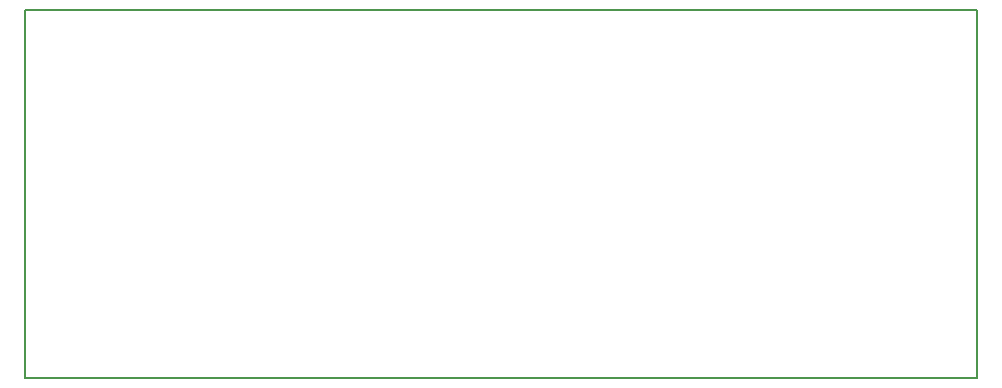
<source format=gbr>
%TF.GenerationSoftware,KiCad,Pcbnew,9.0.2*%
%TF.CreationDate,2025-07-17T17:29:38-04:00*%
%TF.ProjectId,raven-caller,72617665-6e2d-4636-916c-6c65722e6b69,rev?*%
%TF.SameCoordinates,Original*%
%TF.FileFunction,Profile,NP*%
%FSLAX46Y46*%
G04 Gerber Fmt 4.6, Leading zero omitted, Abs format (unit mm)*
G04 Created by KiCad (PCBNEW 9.0.2) date 2025-07-17 17:29:38*
%MOMM*%
%LPD*%
G01*
G04 APERTURE LIST*
%TA.AperFunction,Profile*%
%ADD10C,0.200000*%
%TD*%
G04 APERTURE END LIST*
D10*
X118400000Y-91200000D02*
X199000000Y-91200000D01*
X199000000Y-122300000D01*
X118400000Y-122300000D01*
X118400000Y-91200000D01*
M02*

</source>
